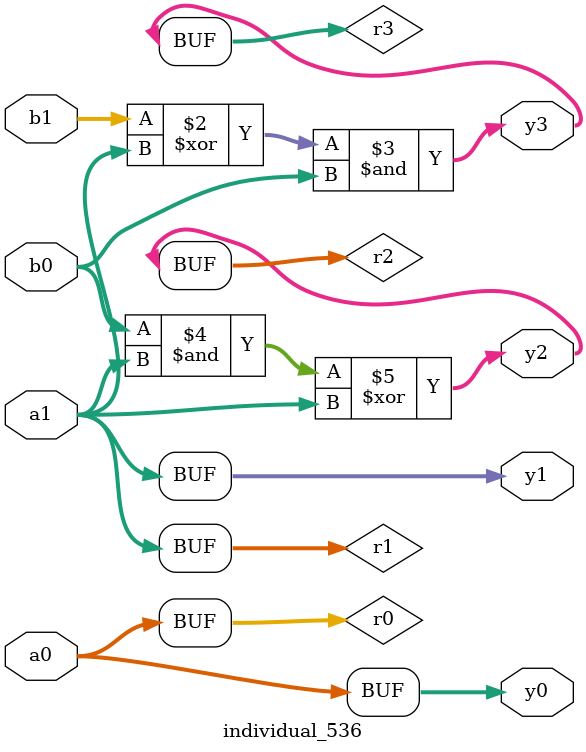
<source format=sv>
module individual_536(input logic [15:0] a1, input logic [15:0] a0, input logic [15:0] b1, input logic [15:0] b0, output logic [15:0] y3, output logic [15:0] y2, output logic [15:0] y1, output logic [15:0] y0);
logic [15:0] r0, r1, r2, r3; 
 always@(*) begin 
	 r0 = a0; r1 = a1; r2 = b0; r3 = b1; 
 	 r3  ^=  a1 ;
 	 r3  &=  r2 ;
 	 r2  &=  a1 ;
 	 r2  ^=  r1 ;
 	 y3 = r3; y2 = r2; y1 = r1; y0 = r0; 
end
endmodule
</source>
